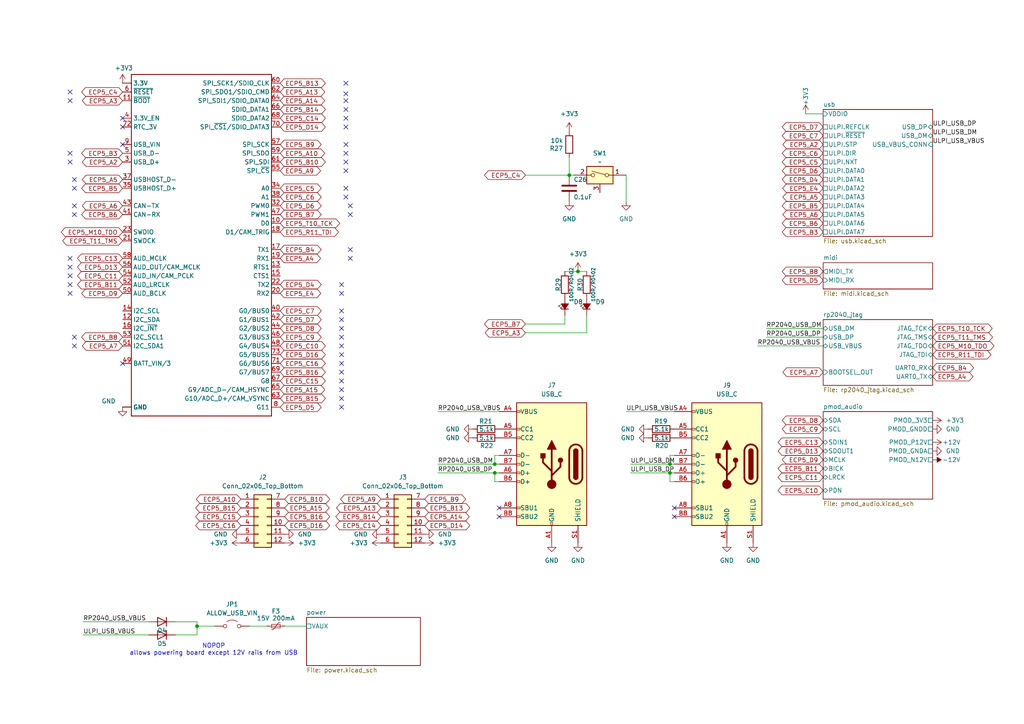
<source format=kicad_sch>
(kicad_sch (version 20231120) (generator "eeschema") (generator_version "8.0")
  (paper "A4")
  (lib_symbols
    (symbol "Connector:USB_C_Receptacle_USB2.0" (pin_names (offset 1.016))
      (property "Reference" "J" (at -10.16 19.05 0))
      (property "Value" "USB_C_Receptacle_USB2.0" (at 19.05 19.05 0))
      (symbol "USB_C_Receptacle_USB2.0_0_0"
        (rectangle (start -0.254 -17.78) (end 0.254 -16.764))
        (rectangle (start 10.16 -14.986) (end 9.144 -15.494))
        (rectangle (start 10.16 -12.446) (end 9.144 -12.954))
        (rectangle (start 10.16 -4.826) (end 9.144 -5.334))
        (rectangle (start 10.16 -2.286) (end 9.144 -2.794))
        (rectangle (start 10.16 0.254) (end 9.144 -0.254))
        (rectangle (start 10.16 2.794) (end 9.144 2.286))
        (rectangle (start 10.16 7.874) (end 9.144 7.366))
        (rectangle (start 10.16 10.414) (end 9.144 9.906))
        (rectangle (start 10.16 15.494) (end 9.144 14.986))
      )
      (symbol "USB_C_Receptacle_USB2.0_0_1"
        (rectangle (start -10.16 17.78) (end 10.16 -17.78) (stroke (width 0.254)) (fill (type background)))
        (arc (start -8.89 -3.81) (mid -6.985 -5.7067) (end -5.08 -3.81) (stroke (width 0.508)))
        (arc (start -7.62 -3.81) (mid -6.985 -4.4423) (end -6.35 -3.81) (stroke (width 0.254)))
        (arc (start -7.62 -3.81) (mid -6.985 -4.4423) (end -6.35 -3.81) (stroke (width 0.254)) (fill (type outline)))
        (rectangle (start -7.62 -3.81) (end -6.35 3.81) (stroke (width 0.254)) (fill (type outline)))
        (arc (start -6.35 3.81) (mid -6.985 4.4423) (end -7.62 3.81) (stroke (width 0.254)))
        (arc (start -6.35 3.81) (mid -6.985 4.4423) (end -7.62 3.81) (stroke (width 0.254)) (fill (type outline)))
        (arc (start -5.08 3.81) (mid -6.985 5.7067) (end -8.89 3.81) (stroke (width 0.508)))
        (circle (center -2.54 1.143) (radius 0.635) (stroke (width 0.254)) (fill (type outline)))
        (circle (center 0 -5.842) (radius 1.27) (fill (type outline)))
        (polyline (pts (xy -8.89 -3.81) (xy -8.89 3.81)) (stroke (width 0.508)))
        (polyline (pts (xy -5.08 3.81) (xy -5.08 -3.81)) (stroke (width 0.508)))
        (polyline (pts (xy 0 -5.842) (xy 0 4.318)) (stroke (width 0.508)))
        (polyline (pts (xy 0 -3.302) (xy -2.54 -0.762) (xy -2.54 0.508)) (stroke (width 0.508)))
        (polyline (pts (xy 0 -2.032) (xy 2.54 0.508) (xy 2.54 1.778)) (stroke (width 0.508)))
        (polyline (pts (xy -1.27 4.318) (xy 0 6.858) (xy 1.27 4.318) (xy -1.27 4.318)) (stroke (width 0.254)) (fill (type outline)))
        (rectangle (start 1.905 1.778) (end 3.175 3.048) (stroke (width 0.254)) (fill (type outline)))
      )
      (symbol "USB_C_Receptacle_USB2.0_1_1"
        (pin passive line (at 0 -22.86 90) (length 5.08) (name "GND") (number "A1"))
        (pin passive line (at 0 -22.86 90) (length 5.08) hide (name "GND") (number "A12"))
        (pin passive line (at 15.24 15.24 180) (length 5.08) (name "VBUS") (number "A4"))
        (pin bidirectional line (at 15.24 10.16 180) (length 5.08) (name "CC1") (number "A5"))
        (pin bidirectional line (at 15.24 -2.54 180) (length 5.08) (name "D+") (number "A6"))
        (pin bidirectional line (at 15.24 2.54 180) (length 5.08) (name "D-") (number "A7"))
        (pin bidirectional line (at 15.24 -12.7 180) (length 5.08) (name "SBU1") (number "A8"))
        (pin passive line (at 15.24 15.24 180) (length 5.08) hide (name "VBUS") (number "A9"))
        (pin passive line (at 0 -22.86 90) (length 5.08) hide (name "GND") (number "B1"))
        (pin passive line (at 0 -22.86 90) (length 5.08) hide (name "GND") (number "B12"))
        (pin passive line (at 15.24 15.24 180) (length 5.08) hide (name "VBUS") (number "B4"))
        (pin bidirectional line (at 15.24 7.62 180) (length 5.08) (name "CC2") (number "B5"))
        (pin bidirectional line (at 15.24 -5.08 180) (length 5.08) (name "D+") (number "B6"))
        (pin bidirectional line (at 15.24 0 180) (length 5.08) (name "D-") (number "B7"))
        (pin bidirectional line (at 15.24 -15.24 180) (length 5.08) (name "SBU2") (number "B8"))
        (pin passive line (at 15.24 15.24 180) (length 5.08) hide (name "VBUS") (number "B9"))
        (pin passive line (at -7.62 -22.86 90) (length 5.08) (name "SHIELD") (number "S1"))
      )
    )
    (symbol "Connector_Generic:Conn_02x06_Top_Bottom" (pin_names (offset 1.016) hide)
      (property "Reference" "J" (at 1.27 7.62 0))
      (property "Value" "Conn_02x06_Top_Bottom" (at 1.27 -10.16 0))
      (symbol "Conn_02x06_Top_Bottom_1_1"
        (rectangle (start -1.27 -7.493) (end 0 -7.747) (stroke (width 0.1524)))
        (rectangle (start -1.27 -4.953) (end 0 -5.207) (stroke (width 0.1524)))
        (rectangle (start -1.27 -2.413) (end 0 -2.667) (stroke (width 0.1524)))
        (rectangle (start -1.27 0.127) (end 0 -0.127) (stroke (width 0.1524)))
        (rectangle (start -1.27 2.667) (end 0 2.413) (stroke (width 0.1524)))
        (rectangle (start -1.27 5.207) (end 0 4.953) (stroke (width 0.1524)))
        (rectangle (start -1.27 6.35) (end 3.81 -8.89) (stroke (width 0.254)) (fill (type background)))
        (rectangle (start 3.81 -7.493) (end 2.54 -7.747) (stroke (width 0.1524)))
        (rectangle (start 3.81 -4.953) (end 2.54 -5.207) (stroke (width 0.1524)))
        (rectangle (start 3.81 -2.413) (end 2.54 -2.667) (stroke (width 0.1524)))
        (rectangle (start 3.81 0.127) (end 2.54 -0.127) (stroke (width 0.1524)))
        (rectangle (start 3.81 2.667) (end 2.54 2.413) (stroke (width 0.1524)))
        (rectangle (start 3.81 5.207) (end 2.54 4.953) (stroke (width 0.1524)))
        (pin passive line (at -5.08 5.08 0) (length 3.81) (name "Pin_1") (number "1"))
        (pin passive line (at 7.62 -2.54 180) (length 3.81) (name "Pin_10") (number "10"))
        (pin passive line (at 7.62 -5.08 180) (length 3.81) (name "Pin_11") (number "11"))
        (pin passive line (at 7.62 -7.62 180) (length 3.81) (name "Pin_12") (number "12"))
        (pin passive line (at -5.08 2.54 0) (length 3.81) (name "Pin_2") (number "2"))
        (pin passive line (at -5.08 0 0) (length 3.81) (name "Pin_3") (number "3"))
        (pin passive line (at -5.08 -2.54 0) (length 3.81) (name "Pin_4") (number "4"))
        (pin passive line (at -5.08 -5.08 0) (length 3.81) (name "Pin_5") (number "5"))
        (pin passive line (at -5.08 -7.62 0) (length 3.81) (name "Pin_6") (number "6"))
        (pin passive line (at 7.62 5.08 180) (length 3.81) (name "Pin_7") (number "7"))
        (pin passive line (at 7.62 2.54 180) (length 3.81) (name "Pin_8") (number "8"))
        (pin passive line (at 7.62 0 180) (length 3.81) (name "Pin_9") (number "9"))
      )
    )
    (symbol "Device:C" (pin_numbers hide) (pin_names (offset 0.254))
      (property "Reference" "C" (at 0.635 2.54 0))
      (property "Value" "C" (at 0.635 -2.54 0))
      (symbol "C_0_1"
        (polyline (pts (xy -2.032 -0.762) (xy 2.032 -0.762)) (stroke (width 0.508)))
        (polyline (pts (xy -2.032 0.762) (xy 2.032 0.762)) (stroke (width 0.508)))
      )
      (symbol "C_1_1"
        (pin passive line (at 0 3.81 270) (length 2.794) (name "~") (number "1"))
        (pin passive line (at 0 -3.81 90) (length 2.794) (name "~") (number "2"))
      )
    )
    (symbol "Device:LED_Small_Filled" (pin_numbers hide) (pin_names (offset 0.254) hide)
      (property "Reference" "D" (at -1.27 3.175 0))
      (property "Value" "LED_Small_Filled" (at -4.445 -2.54 0))
      (symbol "LED_Small_Filled_0_1"
        (polyline (pts (xy -0.762 -1.016) (xy -0.762 1.016)) (stroke (width 0.254)))
        (polyline (pts (xy 1.016 0) (xy -0.762 0)))
        (polyline (pts (xy 0.762 -1.016) (xy -0.762 0) (xy 0.762 1.016) (xy 0.762 -1.016)) (stroke (width 0.254)) (fill (type outline)))
        (polyline (pts (xy 0 0.762) (xy -0.508 1.27) (xy -0.254 1.27) (xy -0.508 1.27) (xy -0.508 1.016)))
        (polyline (pts (xy 0.508 1.27) (xy 0 1.778) (xy 0.254 1.778) (xy 0 1.778) (xy 0 1.524)))
      )
      (symbol "LED_Small_Filled_1_1"
        (pin passive line (at -2.54 0 0) (length 1.778) (name "K") (number "1"))
        (pin passive line (at 2.54 0 180) (length 1.778) (name "A") (number "2"))
      )
    )
    (symbol "Device:Polyfuse_Small" (pin_numbers hide) (pin_names (offset 0))
      (property "Reference" "F" (at -1.905 0 90))
      (property "Value" "Polyfuse_Small" (at 1.905 0 90))
      (symbol "Polyfuse_Small_0_1"
        (rectangle (start -0.508 1.27) (end 0.508 -1.27))
        (polyline (pts (xy 0 2.54) (xy 0 -2.54)))
        (polyline (pts (xy -1.016 1.27) (xy -1.016 0.762) (xy 1.016 -0.762) (xy 1.016 -1.27)))
      )
      (symbol "Polyfuse_Small_1_1"
        (pin passive line (at 0 2.54 270) (length 0.635) (name "~") (number "1"))
        (pin passive line (at 0 -2.54 90) (length 0.635) (name "~") (number "2"))
      )
    )
    (symbol "Device:R" (pin_numbers hide) (pin_names (offset 0))
      (property "Reference" "R" (at 2.032 0 90))
      (property "Value" "R" (at 0 0 90))
      (symbol "R_0_1"
        (rectangle (start -1.016 -2.54) (end 1.016 2.54) (stroke (width 0.254)))
      )
      (symbol "R_1_1"
        (pin passive line (at 0 3.81 270) (length 1.27) (name "~") (number "1"))
        (pin passive line (at 0 -3.81 90) (length 1.27) (name "~") (number "2"))
      )
    )
    (symbol "Diode:US1G" (pin_numbers hide) (pin_names (offset 1.016) hide)
      (property "Reference" "D" (at 0 2.54 0))
      (property "Value" "US1G" (at 0 -2.54 0))
      (symbol "US1G_0_1"
        (polyline (pts (xy -1.27 1.27) (xy -1.27 -1.27)) (stroke (width 0.254)))
        (polyline (pts (xy 1.27 0) (xy -1.27 0)))
        (polyline (pts (xy 1.27 1.27) (xy 1.27 -1.27) (xy -1.27 0) (xy 1.27 1.27)) (stroke (width 0.254)))
      )
      (symbol "US1G_1_1"
        (pin passive line (at -3.81 0 0) (length 2.54) (name "K") (number "1"))
        (pin passive line (at 3.81 0 180) (length 2.54) (name "A") (number "2"))
      )
    )
    (symbol "Jumper:Jumper_2_Open" (pin_numbers hide) (pin_names (offset 0) hide) (exclude_from_sim yes)
      (property "Reference" "JP" (at 0 2.794 0))
      (property "Value" "Jumper_2_Open" (at 0 -2.286 0))
      (symbol "Jumper_2_Open_0_0"
        (circle (center -2.032 0) (radius 0.508))
        (circle (center 2.032 0) (radius 0.508))
      )
      (symbol "Jumper_2_Open_0_1"
        (arc (start 1.524 1.27) (mid 0 1.778) (end -1.524 1.27))
      )
      (symbol "Jumper_2_Open_1_1"
        (pin passive line (at -5.08 0 0) (length 2.54) (name "A") (number "1"))
        (pin passive line (at 5.08 0 180) (length 2.54) (name "B") (number "2"))
      )
    )
    (symbol "MicroMod_Sno_Processor-eagle-import:MICROMOD-2222"
      (symbol "MICROMOD-2222_1_0"
        (polyline (pts (xy -20.32 -45.72) (xy -20.32 53.34)) (stroke (width 0.254)))
        (polyline (pts (xy -20.32 53.34) (xy 20.32 53.34)) (stroke (width 0.254)))
        (polyline (pts (xy 20.32 -45.72) (xy -20.32 -45.72)) (stroke (width 0.254)))
        (polyline (pts (xy 20.32 53.34) (xy 20.32 -45.72)) (stroke (width 0.254)))
        (pin bidirectional line (at -22.86 -43.18 0) (length 2.54) (name "GND") (number "1"))
        (pin bidirectional line (at 22.86 10.16 180) (length 2.54) (name "D0") (number "10"))
        (pin bidirectional line (at -22.86 45.72 0) (length 2.54) (name "~{BOOT}") (number "11"))
        (pin bidirectional line (at -22.86 -17.78 0) (length 2.54) (name "I2C_SDA") (number "12"))
        (pin bidirectional line (at 22.86 -2.54 180) (length 2.54) (name "RTS1") (number "13"))
        (pin bidirectional line (at -22.86 -15.24 0) (length 2.54) (name "I2C_SCL") (number "14"))
        (pin bidirectional line (at 22.86 -5.08 180) (length 2.54) (name "CTS1") (number "15"))
        (pin bidirectional line (at -22.86 -20.32 0) (length 2.54) (name "I2C_~{INT}") (number "16"))
        (pin bidirectional line (at 22.86 2.54 180) (length 2.54) (name "TX1") (number "17"))
        (pin bidirectional line (at 22.86 7.62 180) (length 2.54) (name "D1/CAM_TRIG") (number "18"))
        (pin bidirectional line (at 22.86 0 180) (length 2.54) (name "RX1") (number "19"))
        (pin bidirectional line (at -22.86 50.8 0) (length 2.54) (name "3.3V") (number "2"))
        (pin bidirectional line (at 22.86 -10.16 180) (length 2.54) (name "RX2") (number "20"))
        (pin bidirectional line (at -22.86 5.08 0) (length 2.54) (name "SWDCK") (number "21"))
        (pin bidirectional line (at 22.86 -7.62 180) (length 2.54) (name "TX2") (number "22"))
        (pin bidirectional line (at -22.86 7.62 0) (length 2.54) (name "SWDIO") (number "23"))
        (pin bidirectional line (at -22.86 27.94 0) (length 2.54) (name "USB_D+") (number "3"))
        (pin bidirectional line (at 22.86 15.24 180) (length 2.54) (name "PWM0") (number "32"))
        (pin bidirectional line (at -22.86 -43.18 0) (length 2.54) (name "GND") (number "33"))
        (pin bidirectional line (at 22.86 20.32 180) (length 2.54) (name "A0") (number "34"))
        (pin bidirectional line (at -22.86 20.32 0) (length 2.54) (name "USBHOST_D+") (number "35"))
        (pin bidirectional line (at -22.86 -43.18 0) (length 2.54) (name "GND") (number "36"))
        (pin bidirectional line (at -22.86 22.86 0) (length 2.54) (name "USBHOST_D-") (number "37"))
        (pin bidirectional line (at 22.86 17.78 180) (length 2.54) (name "A1") (number "38"))
        (pin bidirectional line (at -22.86 -43.18 0) (length 2.54) (name "GND") (number "39"))
        (pin bidirectional line (at -22.86 40.64 0) (length 2.54) (name "3.3V_EN") (number "4"))
        (pin bidirectional line (at 22.86 -15.24 180) (length 2.54) (name "G0/BUS0") (number "40"))
        (pin bidirectional line (at -22.86 12.7 0) (length 2.54) (name "CAN-RX") (number "41"))
        (pin bidirectional line (at 22.86 -17.78 180) (length 2.54) (name "G1/BUS1") (number "42"))
        (pin bidirectional line (at -22.86 15.24 0) (length 2.54) (name "CAN-TX") (number "43"))
        (pin bidirectional line (at 22.86 -20.32 180) (length 2.54) (name "G2/BUS2") (number "44"))
        (pin bidirectional line (at -22.86 -43.18 0) (length 2.54) (name "GND") (number "45"))
        (pin bidirectional line (at 22.86 -22.86 180) (length 2.54) (name "G3/BUS3") (number "46"))
        (pin bidirectional line (at 22.86 12.7 180) (length 2.54) (name "PWM1") (number "47"))
        (pin bidirectional line (at 22.86 -25.4 180) (length 2.54) (name "G4/BUS4") (number "48"))
        (pin bidirectional line (at -22.86 -30.48 0) (length 2.54) (name "BATT_VIN/3") (number "49"))
        (pin bidirectional line (at -22.86 30.48 0) (length 2.54) (name "USB_D-") (number "5"))
        (pin bidirectional line (at -22.86 -10.16 0) (length 2.54) (name "AUD_BCLK") (number "50"))
        (pin bidirectional line (at -22.86 -25.4 0) (length 2.54) (name "I2C_SDA1") (number "51"))
        (pin bidirectional line (at -22.86 -7.62 0) (length 2.54) (name "AUD_LRCLK") (number "52"))
        (pin bidirectional line (at -22.86 -22.86 0) (length 2.54) (name "I2C_SCL1") (number "53"))
        (pin bidirectional line (at -22.86 -5.08 0) (length 2.54) (name "AUD_IN/CAM_PCLK") (number "54"))
        (pin bidirectional line (at 22.86 25.4 180) (length 2.54) (name "SPI_~{CS}") (number "55"))
        (pin bidirectional line (at -22.86 -2.54 0) (length 2.54) (name "AUD_OUT/CAM_MCLK") (number "56"))
        (pin bidirectional line (at 22.86 33.02 180) (length 2.54) (name "SPI_SCK") (number "57"))
        (pin bidirectional line (at -22.86 0 0) (length 2.54) (name "AUD_MCLK") (number "58"))
        (pin bidirectional line (at 22.86 30.48 180) (length 2.54) (name "SPI_SDO") (number "59"))
        (pin bidirectional line (at -22.86 48.26 0) (length 2.54) (name "~{RESET}") (number "6"))
        (pin bidirectional line (at 22.86 50.8 180) (length 2.54) (name "SPI_SCK1/SDIO_CLK") (number "60"))
        (pin bidirectional line (at 22.86 27.94 180) (length 2.54) (name "SPI_SDI") (number "61"))
        (pin bidirectional line (at 22.86 48.26 180) (length 2.54) (name "SPI_SDO1/SDIO_CMD") (number "62"))
        (pin bidirectional line (at 22.86 -40.64 180) (length 2.54) (name "G10/ADC_D+/CAM_VSYNC") (number "63"))
        (pin bidirectional line (at 22.86 45.72 180) (length 2.54) (name "SPI_SDI1/SDIO_DATA0") (number "64"))
        (pin bidirectional line (at 22.86 -38.1 180) (length 2.54) (name "G9/ADC_D-/CAM_HSYNC") (number "65"))
        (pin bidirectional line (at 22.86 43.18 180) (length 2.54) (name "SDIO_DATA1") (number "66"))
        (pin bidirectional line (at 22.86 -35.56 180) (length 2.54) (name "G8") (number "67"))
        (pin bidirectional line (at 22.86 40.64 180) (length 2.54) (name "SDIO_DATA2") (number "68"))
        (pin bidirectional line (at 22.86 -33.02 180) (length 2.54) (name "G7/BUS7") (number "69"))
        (pin bidirectional line (at -22.86 -43.18 0) (length 2.54) (name "GND") (number "7"))
        (pin bidirectional line (at 22.86 38.1 180) (length 2.54) (name "SPI_~{CS1}/SDIO_DATA3") (number "70"))
        (pin bidirectional line (at 22.86 -30.48 180) (length 2.54) (name "G6/BUS6") (number "71"))
        (pin bidirectional line (at -22.86 38.1 0) (length 2.54) (name "RTC_3V") (number "72"))
        (pin bidirectional line (at 22.86 -27.94 180) (length 2.54) (name "G5/BUS5") (number "73"))
        (pin bidirectional line (at -22.86 50.8 0) (length 2.54) (name "3.3V") (number "74"))
        (pin bidirectional line (at -22.86 -43.18 0) (length 2.54) (name "GND") (number "75"))
        (pin bidirectional line (at 22.86 -43.18 180) (length 2.54) (name "G11") (number "8"))
        (pin bidirectional line (at -22.86 33.02 0) (length 2.54) (name "USB_VIN") (number "9"))
        (pin bidirectional line (at -22.86 -43.18 0) (length 2.54) (name "GND") (number "GND1"))
        (pin bidirectional line (at -22.86 -43.18 0) (length 2.54) (name "GND") (number "GND2"))
        (pin bidirectional line (at -22.86 -43.18 0) (length 2.54) (name "GND") (number "GND3"))
      )
    )
    (symbol "OLIMEX_RCL:R" (pin_numbers hide) (pin_names (offset 0))
      (property "Reference" "R" (at 0 2.032 0))
      (property "Value" "R" (at 0 0 0))
      (symbol "R_0_1"
        (rectangle (start 2.54 -1.016) (end -2.54 1.016) (stroke (width 0.254)))
      )
      (symbol "R_1_1"
        (pin passive line (at -3.81 0 0) (length 1.27) (name "~") (number "1"))
        (pin passive line (at 3.81 0 180) (length 1.27) (name "~") (number "2"))
      )
    )
    (symbol "power:+12V" (power) (pin_names (offset 0))
      (property "Value" "+12V" (at 0 3.556 0))
      (symbol "+12V_0_1"
        (polyline (pts (xy -0.762 1.27) (xy 0 2.54)))
        (polyline (pts (xy 0 0) (xy 0 2.54)))
        (polyline (pts (xy 0 2.54) (xy 0.762 1.27)))
      )
      (symbol "+12V_1_1"
        (pin power_in line (at 0 0 90) (length 0) hide (name "+12V") (number "1"))
      )
    )
    (symbol "power:+3V3" (power) (pin_names (offset 0))
      (property "Value" "+3V3" (at 0 3.556 0))
      (symbol "+3V3_0_1"
        (polyline (pts (xy -0.762 1.27) (xy 0 2.54)))
        (polyline (pts (xy 0 0) (xy 0 2.54)))
        (polyline (pts (xy 0 2.54) (xy 0.762 1.27)))
      )
      (symbol "+3V3_1_1"
        (pin power_in line (at 0 0 90) (length 0) hide (name "+3V3") (number "1"))
      )
    )
    (symbol "power:-12V" (power) (pin_names (offset 0))
      (property "Value" "-12V" (at 0 3.81 0))
      (symbol "-12V_0_0"
        (pin power_in line (at 0 0 90) (length 0) hide (name "-12V") (number "1"))
      )
      (symbol "-12V_0_1"
        (polyline (pts (xy 0 0) (xy 0 1.27) (xy 0.762 1.27) (xy 0 2.54) (xy -0.762 1.27) (xy 0 1.27)) (fill (type outline)))
      )
    )
    (symbol "power:GND" (power) (pin_names (offset 0))
      (property "Value" "GND" (at 0 -3.81 0))
      (symbol "GND_0_1"
        (polyline (pts (xy 0 0) (xy 0 -1.27) (xy 1.27 -1.27) (xy 0 -2.54) (xy -1.27 -1.27) (xy 0 -1.27)))
      )
      (symbol "GND_1_1"
        (pin power_in line (at 0 0 270) (length 0) hide (name "GND") (number "1"))
      )
    )
    (symbol "support_hardware:SW_SPST_shielded" (pin_names (offset 0) hide)
      (property "Reference" "SW" (at 0 6.35 0))
      (property "Value" "SW_SPST_shielded" (at 0 3.81 0))
      (symbol "SW_SPST_shielded_0_0"
        (circle (center -2.032 0) (radius 0.508))
        (polyline (pts (xy -1.524 0.127) (xy 2.3622 1.1684)))
        (circle (center 2.032 0) (radius 0.508))
      )
      (symbol "SW_SPST_shielded_0_1"
        (rectangle (start -3.81 2.54) (end 3.81 -2.54) (stroke (width 0.254)) (fill (type background)))
      )
      (symbol "SW_SPST_shielded_1_1"
        (pin passive line (at -7.62 0 0) (length 5.08) (name "~") (number "1"))
        (pin passive line (at 7.62 0 180) (length 5.08) (name "~") (number "2"))
        (pin passive line (at 0 -5.08 90) (length 2.54) (name "SHIELD") (number "3"))
      )
    )
  )
  (junction (at 143.51 134.62))
  (junction (at 143.51 137.16))
  (junction (at 194.31 137.16))
  (junction (at 57.15 181.61))
  (junction (at 167.64 78.74))
  (junction (at 194.31 134.62))
  (junction (at 165.1 50.8))
  (no_connect (at 21.59 97.79))
  (no_connect (at 21.59 59.69))
  (no_connect (at 99.06 115.57))
  (no_connect (at 20.32 26.67))
  (no_connect (at 20.32 46.99))
  (no_connect (at 100.33 44.45))
  (no_connect (at 100.33 49.53))
  (no_connect (at 35.56 105.41))
  (no_connect (at 99.06 107.95))
  (no_connect (at 35.56 36.83))
  (no_connect (at 100.33 54.61))
  (no_connect (at 100.33 41.91))
  (no_connect (at 99.06 95.25))
  (no_connect (at 21.59 54.61))
  (no_connect (at 101.6 74.93))
  (no_connect (at 99.06 100.33))
  (no_connect (at 20.32 82.55))
  (no_connect (at 99.06 105.41))
  (no_connect (at 144.78 147.32))
  (no_connect (at 195.58 149.86))
  (no_connect (at 144.78 149.86))
  (no_connect (at 20.32 85.09))
  (no_connect (at 99.06 113.03))
  (no_connect (at 20.32 77.47))
  (no_connect (at 100.33 29.21))
  (no_connect (at 101.6 59.69))
  (no_connect (at 100.33 34.29))
  (no_connect (at 20.32 74.93))
  (no_connect (at 20.32 29.21))
  (no_connect (at 20.32 80.01))
  (no_connect (at 99.06 85.09))
  (no_connect (at 99.06 92.71))
  (no_connect (at 100.3137 27.2029))
  (no_connect (at 100.33 24.13))
  (no_connect (at 195.58 147.32))
  (no_connect (at 21.59 52.07))
  (no_connect (at 100.33 46.99))
  (no_connect (at 35.56 41.91))
  (no_connect (at 21.59 62.23))
  (no_connect (at 99.06 90.17))
  (no_connect (at 100.33 57.15))
  (no_connect (at 20.32 44.45))
  (no_connect (at 99.06 118.11))
  (no_connect (at 100.33 36.83))
  (no_connect (at 101.6 72.39))
  (no_connect (at 21.59 100.33))
  (no_connect (at 99.06 102.87))
  (no_connect (at 35.56 34.29))
  (no_connect (at 99.06 110.49))
  (no_connect (at 101.6 62.23))
  (no_connect (at 100.33 31.75))
  (no_connect (at 99.06 82.55))
  (no_connect (at 99.06 97.79))
  (wire (pts (xy 222.25 95.25) (xy 238.76 95.25)))
  (wire (pts (xy 143.51 139.7) (xy 143.51 137.16)))
  (wire (pts (xy 219.71 100.33) (xy 238.76 100.33)))
  (wire (pts (xy 222.25 97.79) (xy 238.76 97.79)))
  (wire (pts (xy 152.4 96.52) (xy 170.18 96.52)))
  (wire (pts (xy 144.78 132.08) (xy 143.51 132.08)))
  (wire (pts (xy 182.88 134.62) (xy 194.31 134.62)))
  (wire (pts (xy 127 134.62) (xy 143.51 134.62)))
  (wire (pts (xy 57.15 181.61) (xy 57.15 184.15)))
  (wire (pts (xy 167.64 78.74) (xy 163.83 78.74)))
  (wire (pts (xy 182.88 137.16) (xy 194.31 137.16)))
  (wire (pts (xy 181.61 50.8) (xy 181.61 58.42)))
  (wire (pts (xy 143.51 132.08) (xy 143.51 134.62)))
  (wire (pts (xy 144.78 139.7) (xy 143.51 139.7)))
  (wire (pts (xy 170.18 96.52) (xy 170.18 91.44)))
  (wire (pts (xy 195.58 139.7) (xy 194.31 139.7)))
  (wire (pts (xy 165.1 45.72) (xy 165.1 50.8)))
  (wire (pts (xy 194.31 134.62) (xy 195.58 134.62)))
  (wire (pts (xy 167.64 78.74) (xy 170.18 78.74)))
  (wire (pts (xy 194.31 139.7) (xy 194.31 137.16)))
  (wire (pts (xy 152.4 93.98) (xy 163.83 93.98)))
  (wire (pts (xy 127 137.16) (xy 143.51 137.16)))
  (wire (pts (xy 163.83 93.98) (xy 163.83 91.44)))
  (wire (pts (xy 72.39 181.61) (xy 77.47 181.61)))
  (wire (pts (xy 24.13 180.34) (xy 43.18 180.34)))
  (wire (pts (xy 50.8 180.34) (xy 57.15 180.34)))
  (wire (pts (xy 127 119.38) (xy 144.78 119.38)))
  (wire (pts (xy 143.51 134.62) (xy 144.78 134.62)))
  (wire (pts (xy 57.15 180.34) (xy 57.15 181.61)))
  (wire (pts (xy 152.4 50.8) (xy 165.1 50.8)))
  (wire (pts (xy 82.55 181.61) (xy 88.9 181.61)))
  (wire (pts (xy 233.68 33.02) (xy 238.76 33.02)))
  (wire (pts (xy 57.15 184.15) (xy 50.8 184.15)))
  (wire (pts (xy 194.31 137.16) (xy 195.58 137.16)))
  (wire (pts (xy 165.1 50.8) (xy 166.37 50.8)))
  (wire (pts (xy 194.31 132.08) (xy 194.31 134.62)))
  (wire (pts (xy 57.15 181.61) (xy 62.23 181.61)))
  (wire (pts (xy 24.13 184.15) (xy 43.18 184.15)))
  (wire (pts (xy 181.61 119.38) (xy 195.58 119.38)))
  (wire (pts (xy 143.51 137.16) (xy 144.78 137.16)))
  (wire (pts (xy 195.58 132.08) (xy 194.31 132.08)))
  (text "NOPOP\nallows powering board except 12V rails from USB" (at 61.976 188.468 0) (effects (font (size 1.27 1.27))))
  (label "ULPI_USB_DP" (at 270.51 36.83 0))
  (label "ULPI_USB_VBUS" (at 24.13 184.15 0))
  (label "ULPI_USB_VBUS" (at 181.61 119.38 0))
  (label "RP2040_USB_DP" (at 127 137.16 0))
  (label "RP2040_USB_DM" (at 127 134.62 0))
  (label "RP2040_USB_DM" (at 222.25 95.25 0))
  (label "RP2040_USB_DP" (at 222.25 97.79 0))
  (label "RP2040_USB_VBUS" (at 127 119.38 0))
  (label "ULPI_USB_DM" (at 182.88 134.62 0))
  (label "RP2040_USB_VBUS" (at 219.71 100.33 0))
  (label "ULPI_USB_VBUS" (at 270.51 41.91 0))
  (label "ULPI_USB_DM" (at 270.51 39.37 0))
  (label "RP2040_USB_VBUS" (at 24.13 180.34 0))
  (label "ULPI_USB_DP" (at 182.88 137.16 0))
  (global_label "ECP5_D6" (shape bidirectional) (at 81.28 59.69 0) (property "Intersheetrefs" "${INTERSHEET_REFS}" (effects (hide yes))))
  (global_label "ECP5_A14" (shape bidirectional) (at 123.19 149.86 0) (property "Intersheetrefs" "${INTERSHEET_REFS}" (effects (hide yes))))
  (global_label "ECP5_A5" (shape bidirectional) (at 238.76 57.15 180) (property "Intersheetrefs" "${INTERSHEET_REFS}" (effects (hide yes))))
  (global_label "ECP5_C15" (shape bidirectional) (at 69.85 149.86 180) (property "Intersheetrefs" "${INTERSHEET_REFS}" (effects (hide yes))))
  (global_label "ECP5_C5" (shape bidirectional) (at 81.28 54.61 0) (property "Intersheetrefs" "${INTERSHEET_REFS}" (effects (hide yes))))
  (global_label "ECP5_B11" (shape bidirectional) (at 35.56 82.55 180) (property "Intersheetrefs" "${INTERSHEET_REFS}" (effects (hide yes))))
  (global_label "ECP5_A10" (shape bidirectional) (at 69.85 144.78 180) (property "Intersheetrefs" "${INTERSHEET_REFS}" (effects (hide yes))))
  (global_label "ECP5_A6" (shape bidirectional) (at 35.56 59.69 180) (property "Intersheetrefs" "${INTERSHEET_REFS}" (effects (hide yes))))
  (global_label "ECP5_C13" (shape bidirectional) (at 35.56 74.93 180) (property "Intersheetrefs" "${INTERSHEET_REFS}" (effects (hide yes))))
  (global_label "ECP5_C9" (shape bidirectional) (at 81.28 97.79 0) (property "Intersheetrefs" "${INTERSHEET_REFS}" (effects (hide yes))))
  (global_label "ECP5_D4" (shape bidirectional) (at 81.28 82.55 0) (property "Intersheetrefs" "${INTERSHEET_REFS}" (effects (hide yes))))
  (global_label "ECP5_B8" (shape bidirectional) (at 35.56 97.79 180) (property "Intersheetrefs" "${INTERSHEET_REFS}" (effects (hide yes))))
  (global_label "ECP5_C4" (shape bidirectional) (at 152.4 50.8 180) (property "Intersheetrefs" "${INTERSHEET_REFS}" (effects (hide yes))))
  (global_label "ECP5_B8" (shape bidirectional) (at 238.76 78.74 180) (property "Intersheetrefs" "${INTERSHEET_REFS}" (effects (hide yes))))
  (global_label "ECP5_A15" (shape bidirectional) (at 81.28 113.03 0) (property "Intersheetrefs" "${INTERSHEET_REFS}" (effects (hide yes))))
  (global_label "ECP5_C11" (shape bidirectional) (at 238.76 138.43 180) (property "Intersheetrefs" "${INTERSHEET_REFS}" (effects (hide yes))))
  (global_label "ECP5_B3" (shape bidirectional) (at 35.56 44.45 180) (property "Intersheetrefs" "${INTERSHEET_REFS}" (effects (hide yes))))
  (global_label "ECP5_R11_TDI" (shape bidirectional) (at 270.51 102.87 0) (property "Intersheetrefs" "${INTERSHEET_REFS}" (effects (hide yes))))
  (global_label "ECP5_B6" (shape bidirectional) (at 35.56 62.23 180) (property "Intersheetrefs" "${INTERSHEET_REFS}" (effects (hide yes))))
  (global_label "ECP5_B14" (shape bidirectional) (at 110.49 149.86 180) (property "Intersheetrefs" "${INTERSHEET_REFS}" (effects (hide yes))))
  (global_label "ECP5_C14" (shape bidirectional) (at 110.49 152.4 180) (property "Intersheetrefs" "${INTERSHEET_REFS}" (effects (hide yes))))
  (global_label "ECP5_C13" (shape bidirectional) (at 238.76 128.27 180) (property "Intersheetrefs" "${INTERSHEET_REFS}" (effects (hide yes))))
  (global_label "ECP5_B5" (shape bidirectional) (at 35.56 54.61 180) (property "Intersheetrefs" "${INTERSHEET_REFS}" (effects (hide yes))))
  (global_label "ECP5_C15" (shape bidirectional) (at 81.28 110.49 0) (property "Intersheetrefs" "${INTERSHEET_REFS}" (effects (hide yes))))
  (global_label "ECP5_M10_TDO" (shape bidirectional) (at 270.51 100.33 0) (property "Intersheetrefs" "${INTERSHEET_REFS}" (effects (hide yes))))
  (global_label "ECP5_R11_TDI" (shape bidirectional) (at 81.28 67.31 0) (property "Intersheetrefs" "${INTERSHEET_REFS}" (effects (hide yes))))
  (global_label "ECP5_A5" (shape bidirectional) (at 35.56 52.07 180) (property "Intersheetrefs" "${INTERSHEET_REFS}" (effects (hide yes))))
  (global_label "ECP5_B13" (shape bidirectional) (at 81.28 24.13 0) (property "Intersheetrefs" "${INTERSHEET_REFS}" (effects (hide yes))))
  (global_label "ECP5_B14" (shape bidirectional) (at 81.28 31.75 0) (property "Intersheetrefs" "${INTERSHEET_REFS}" (effects (hide yes))))
  (global_label "ECP5_C16" (shape bidirectional) (at 69.85 152.4 180) (property "Intersheetrefs" "${INTERSHEET_REFS}" (effects (hide yes))))
  (global_label "ECP5_C6" (shape bidirectional) (at 81.28 57.15 0) (property "Intersheetrefs" "${INTERSHEET_REFS}" (effects (hide yes))))
  (global_label "ECP5_B15" (shape bidirectional) (at 69.85 147.32 180) (property "Intersheetrefs" "${INTERSHEET_REFS}" (effects (hide yes))))
  (global_label "ECP5_A14" (shape bidirectional) (at 81.28 29.21 0) (property "Intersheetrefs" "${INTERSHEET_REFS}" (effects (hide yes))))
  (global_label "ECP5_D4" (shape bidirectional) (at 238.76 52.07 180) (property "Intersheetrefs" "${INTERSHEET_REFS}" (effects (hide yes))))
  (global_label "ECP5_B16" (shape bidirectional) (at 82.55 149.86 0) (property "Intersheetrefs" "${INTERSHEET_REFS}" (effects (hide yes))))
  (global_label "ECP5_A3" (shape bidirectional) (at 152.4 96.52 180) (property "Intersheetrefs" "${INTERSHEET_REFS}" (effects (hide yes))))
  (global_label "ECP5_D6" (shape bidirectional) (at 238.76 49.53 180) (property "Intersheetrefs" "${INTERSHEET_REFS}" (effects (hide yes))))
  (global_label "ECP5_A7" (shape bidirectional) (at 35.56 100.33 180) (property "Intersheetrefs" "${INTERSHEET_REFS}" (effects (hide yes))))
  (global_label "ECP5_A4" (shape bidirectional) (at 81.28 74.93 0) (property "Intersheetrefs" "${INTERSHEET_REFS}" (effects (hide yes))))
  (global_label "ECP5_A2" (shape bidirectional) (at 238.76 41.91 180) (property "Intersheetrefs" "${INTERSHEET_REFS}" (effects (hide yes))))
  (global_label "ECP5_E4" (shape bidirectional) (at 81.28 85.09 0) (property "Intersheetrefs" "${INTERSHEET_REFS}" (effects (hide yes))))
  (global_label "ECP5_D14" (shape bidirectional) (at 81.28 36.83 0) (property "Intersheetrefs" "${INTERSHEET_REFS}" (effects (hide yes))))
  (global_label "ECP5_A4" (shape bidirectional) (at 270.51 109.22 0) (property "Intersheetrefs" "${INTERSHEET_REFS}" (effects (hide yes))))
  (global_label "ECP5_D8" (shape bidirectional) (at 81.28 95.25 0) (property "Intersheetrefs" "${INTERSHEET_REFS}" (effects (hide yes))))
  (global_label "ECP5_C9" (shape bidirectional) (at 238.76 124.46 180) (property "Intersheetrefs" "${INTERSHEET_REFS}" (effects (hide yes))))
  (global_label "ECP5_C6" (shape bidirectional) (at 238.76 44.45 180) (property "Intersheetrefs" "${INTERSHEET_REFS}" (effects (hide yes))))
  (global_label "ECP5_C10" (shape bidirectional) (at 238.76 142.24 180) (property "Intersheetrefs" "${INTERSHEET_REFS}" (effects (hide yes))))
  (global_label "ECP5_A13" (shape bidirectional) (at 110.49 147.32 180) (property "Intersheetrefs" "${INTERSHEET_REFS}" (effects (hide yes))))
  (global_label "ECP5_D8" (shape bidirectional) (at 238.76 121.92 180) (property "Intersheetrefs" "${INTERSHEET_REFS}" (effects (hide yes))))
  (global_label "ECP5_B16" (shape bidirectional) (at 81.28 107.95 0) (property "Intersheetrefs" "${INTERSHEET_REFS}" (effects (hide yes))))
  (global_label "ECP5_E4" (shape bidirectional) (at 238.76 54.61 180) (property "Intersheetrefs" "${INTERSHEET_REFS}" (effects (hide yes))))
  (global_label "ECP5_B10" (shape bidirectional) (at 82.55 144.78 0) (property "Intersheetrefs" "${INTERSHEET_REFS}" (effects (hide yes))))
  (global_label "ECP5_C7" (shape bidirectional) (at 81.28 90.17 0) (property "Intersheetrefs" "${INTERSHEET_REFS}" (effects (hide yes))))
  (global_label "ECP5_C5" (shape bidirectional) (at 238.76 46.99 180) (property "Intersheetrefs" "${INTERSHEET_REFS}" (effects (hide yes))))
  (global_label "ECP5_C7" (shape bidirectional) (at 238.76 39.37 180) (property "Intersheetrefs" "${INTERSHEET_REFS}" (effects (hide yes))))
  (global_label "ECP5_A9" (shape bidirectional) (at 110.49 144.78 180) (property "Intersheetrefs" "${INTERSHEET_REFS}" (effects (hide yes))))
  (global_label "ECP5_B9" (shape bidirectional) (at 81.28 41.91 0) (property "Intersheetrefs" "${INTERSHEET_REFS}" (effects (hide yes))))
  (global_label "ECP5_B3" (shape bidirectional) (at 238.76 67.31 180) (property "Intersheetrefs" "${INTERSHEET_REFS}" (effects (hide yes))))
  (global_label "ECP5_D5" (shape bidirectional) (at 238.76 81.28 180) (property "Intersheetrefs" "${INTERSHEET_REFS}" (effects (hide yes))))
  (global_label "ECP5_B4" (shape bidirectional) (at 81.28 72.39 0) (property "Intersheetrefs" "${INTERSHEET_REFS}" (effects (hide yes))))
  (global_label "ECP5_B4" (shape bidirectional) (at 270.51 106.68 0) (property "Intersheetrefs" "${INTERSHEET_REFS}" (effects (hide yes))))
  (global_label "ECP5_T10_TCK" (shape bidirectional) (at 81.28 64.77 0) (property "Intersheetrefs" "${INTERSHEET_REFS}" (effects (hide yes))))
  (global_label "ECP5_A15" (shape bidirectional) (at 82.55 147.32 0) (property "Intersheetrefs" "${INTERSHEET_REFS}" (effects (hide yes))))
  (global_label "ECP5_M10_TDO" (shape bidirectional) (at 35.56 67.31 180) (property "Intersheetrefs" "${INTERSHEET_REFS}" (effects (hide yes))))
  (global_label "ECP5_A3" (shape bidirectional) (at 35.56 29.21 180) (property "Intersheetrefs" "${INTERSHEET_REFS}" (effects (hide yes))))
  (global_label "ECP5_A2" (shape bidirectional) (at 35.56 46.99 180) (property "Intersheetrefs" "${INTERSHEET_REFS}" (effects (hide yes))))
  (global_label "ECP5_T11_TMS" (shape bidirectional) (at 35.56 69.85 180) (property "Intersheetrefs" "${INTERSHEET_REFS}" (effects (hide yes))))
  (global_label "ECP5_D7" (shape bidirectional) (at 238.76 36.83 180) (property "Intersheetrefs" "${INTERSHEET_REFS}" (effects (hide yes))))
  (global_label "ECP5_C11" (shape bidirectional) (at 35.56 80.01 180) (property "Intersheetrefs" "${INTERSHEET_REFS}" (effects (hide yes))))
  (global_label "ECP5_D9" (shape bidirectional) (at 238.76 133.35 180) (property "Intersheetrefs" "${INTERSHEET_REFS}" (effects (hide yes))))
  (global_label "ECP5_B7" (shape bidirectional) (at 152.4 93.98 180) (property "Intersheetrefs" "${INTERSHEET_REFS}" (effects (hide yes))))
  (global_label "ECP5_C4" (shape bidirectional) (at 35.56 26.67 180) (property "Intersheetrefs" "${INTERSHEET_REFS}" (effects (hide yes))))
  (global_label "ECP5_D13" (shape bidirectional) (at 35.56 77.47 180) (property "Intersheetrefs" "${INTERSHEET_REFS}" (effects (hide yes))))
  (global_label "ECP5_B15" (shape bidirectional) (at 81.28 115.57 0) (property "Intersheetrefs" "${INTERSHEET_REFS}" (effects (hide yes))))
  (global_label "ECP5_D16" (shape bidirectional) (at 82.55 152.4 0) (property "Intersheetrefs" "${INTERSHEET_REFS}" (effects (hide yes))))
  (global_label "ECP5_A13" (shape bidirectional) (at 81.28 26.67 0) (property "Intersheetrefs" "${INTERSHEET_REFS}" (effects (hide yes))))
  (global_label "ECP5_C16" (shape bidirectional) (at 81.28 105.41 0) (property "Intersheetrefs" "${INTERSHEET_REFS}" (effects (hide yes))))
  (global_label "ECP5_A9" (shape bidirectional) (at 81.28 49.53 0) (property "Intersheetrefs" "${INTERSHEET_REFS}" (effects (hide yes))))
  (global_label "ECP5_D14" (shape bidirectional) (at 123.19 152.4 0) (property "Intersheetrefs" "${INTERSHEET_REFS}" (effects (hide yes))))
  (global_label "ECP5_D9" (shape bidirectional) (at 35.56 85.09 180) (property "Intersheetrefs" "${INTERSHEET_REFS}" (effects (hide yes))))
  (global_label "ECP5_A6" (shape bidirectional) (at 238.76 62.23 180) (property "Intersheetrefs" "${INTERSHEET_REFS}" (effects (hide yes))))
  (global_label "ECP5_C10" (shape bidirectional) (at 81.28 100.33 0) (property "Intersheetrefs" "${INTERSHEET_REFS}" (effects (hide yes))))
  (global_label "ECP5_C14" (shape bidirectional) (at 81.28 34.29 0) (property "Intersheetrefs" "${INTERSHEET_REFS}" (effects (hide yes))))
  (global_label "ECP5_D13" (shape bidirectional) (at 238.76 130.81 180) (property "Intersheetrefs" "${INTERSHEET_REFS}" (effects (hide yes))))
  (global_label "ECP5_A7" (shape bidirectional) (at 238.76 107.95 180) (property "Intersheetrefs" "${INTERSHEET_REFS}" (effects (hide yes))))
  (global_label "ECP5_B6" (shape bidirectional) (at 238.76 64.77 180) (property "Intersheetrefs" "${INTERSHEET_REFS}" (effects (hide yes))))
  (global_label "ECP5_B11" (shape bidirectional) (at 238.76 135.89 180) (property "Intersheetrefs" "${INTERSHEET_REFS}" (effects (hide yes))))
  (global_label "ECP5_B10" (shape bidirectional) (at 81.28 46.99 0) (property "Intersheetrefs" "${INTERSHEET_REFS}" (effects (hide yes))))
  (global_label "ECP5_D16" (shape bidirectional) (at 81.28 102.87 0) (property "Intersheetrefs" "${INTERSHEET_REFS}" (effects (hide yes))))
  (global_label "ECP5_B13" (shape bidirectional) (at 123.19 147.32 0) (property "Intersheetrefs" "${INTERSHEET_REFS}" (effects (hide yes))))
  (global_label "ECP5_D5" (shape bidirectional) (at 81.28 118.11 0) (property "Intersheetrefs" "${INTERSHEET_REFS}" (effects (hide yes))))
  (global_label "ECP5_B5" (shape bidirectional) (at 238.76 59.69 180) (property "Intersheetrefs" "${INTERSHEET_REFS}" (effects (hide yes))))
  (global_label "ECP5_D7" (shape bidirectional) (at 81.28 92.71 0) (property "Intersheetrefs" "${INTERSHEET_REFS}" (effects (hide yes))))
  (global_label "ECP5_B9" (shape bidirectional) (at 123.19 144.78 0) (property "Intersheetrefs" "${INTERSHEET_REFS}" (effects (hide yes))))
  (global_label "ECP5_T11_TMS" (shape bidirectional) (at 270.51 97.79 0) (property "Intersheetrefs" "${INTERSHEET_REFS}" (effects (hide yes))))
  (global_label "ECP5_A10" (shape bidirectional) (at 81.28 44.45 0) (property "Intersheetrefs" "${INTERSHEET_REFS}" (effects (hide yes))))
  (global_label "ECP5_T10_TCK" (shape bidirectional) (at 270.51 95.25 0) (property "Intersheetrefs" "${INTERSHEET_REFS}" (effects (hide yes))))
  (global_label "ECP5_B7" (shape bidirectional) (at 81.28 62.23 0) (property "Intersheetrefs" "${INTERSHEET_REFS}" (effects (hide yes))))
  (symbol (lib_id "OLIMEX_RCL:R") (at 170.18 82.55 90) (unit 1) (exclude_from_sim yes)
    (property "Reference" "R30" (at 168.275 82.55 0))
    (property "Value" "100R/R0402" (at 172.085 82.55 0) (effects (font (size 1.016 1.016))))
    (property "Footprint" "Resistor_SMD:R_0402_1005Metric" (effects (hide yes)))
    (property "lcsc#" "  C106232" (effects (hide yes)))
  )
  (symbol (lib_id "MicroMod_Sno_Processor-eagle-import:MICROMOD-2222") (at 58.42 74.93 0) (unit 1)
    (property "Reference" "J8" (effects (hide yes)))
    (property "Value" "MICROMOD-2222" (effects (hide yes)))
    (property "Footprint" "m2:TE_21992304" (effects (hide yes)))
  )
  (symbol (lib_id "OLIMEX_RCL:R") (at 163.83 82.55 90) (unit 1) (exclude_from_sim yes)
    (property "Reference" "R29" (at 161.925 82.55 0))
    (property "Value" "100R/R0402" (at 165.735 82.55 0) (effects (font (size 1.016 1.016))))
    (property "Footprint" "Resistor_SMD:R_0402_1005Metric" (effects (hide yes)))
    (property "lcsc#" "  C106232" (effects (hide yes)))
  )
  (symbol (lib_id "power:+3V3") (at 270.51 121.92 270) (unit 1)
    (property "Reference" "#PWR061" (effects (hide yes)))
    (property "Value" "+3V3" (at 274.32 121.9199 90) (effects (justify left)))
  )
  (symbol (lib_id "Device:R") (at 165.1 41.91 0) (unit 1)
    (property "Reference" "R27" (at 163.322 43.053 0) (effects (justify right)))
    (property "Value" "10k" (at 163.322 40.767 0) (effects (justify right)))
    (property "Footprint" "Resistor_SMD:R_0402_1005Metric" (effects (hide yes)))
    (property "Mfg" "Yageo" (effects (hide yes)))
    (property "PN" "RC0402FR-0710KL" (effects (hide yes)))
    (property "lcsc#" "C60490" (effects (hide yes)))
  )
  (symbol (lib_id "power:GND") (at 160.02 157.48 0) (mirror y) (unit 1)
    (property "Reference" "#PWR052" (effects (hide yes)))
    (property "Value" "GND" (at 160.02 162.56 0))
  )
  (symbol (lib_id "Device:R") (at 191.77 127 270) (unit 1)
    (property "Reference" "R20" (at 189.992 129.286 90) (effects (justify left)))
    (property "Value" "5.1k" (at 189.738 127 90) (effects (justify left)))
    (property "Footprint" "Resistor_SMD:R_0402_1005Metric" (effects (hide yes)))
    (property "Mfg" "Yageo" (effects (hide yes)))
    (property "PN" "RC0402FR-075K1L" (effects (hide yes)))
    (property "lcsc#" "C105872" (effects (hide yes)))
  )
  (symbol (lib_id "Diode:US1G") (at 46.99 184.15 180) (unit 1)
    (property "Reference" "D5" (at 46.99 186.69 0))
    (property "Value" "1N4007FL" (effects (hide yes)))
    (property "Footprint" "Diode_SMD:D_SOD-123F" (effects (hide yes)))
    (property "Datasheet" "https://www.diodes.com/assets/Datasheets/ds16008.pdf" (effects (hide yes)))
    (property "dig#" "1655-1N4007FLCT-ND" (effects (hide yes)))
    (property "mfg#" "1N4007FL" (effects (hide yes)))
    (property "lcsc#" "C2840959" (effects (hide yes)))
  )
  (symbol (lib_id "Jumper:Jumper_2_Open") (at 67.31 181.61 0) (unit 1) (exclude_from_sim yes)
    (property "Reference" "JP1" (at 67.31 175.26 0))
    (property "Value" "ALLOW_USB_VIN" (at 67.31 177.8 0))
    (property "Footprint" "Jumper:SolderJumper-2_P1.3mm_Open_RoundedPad1.0x1.5mm" (effects (hide yes)))
    (property "Description" "Jumper, 2-pole, open" (effects (hide yes)))
  )
  (symbol (lib_id "Device:Polyfuse_Small") (at 80.01 181.61 90) (unit 1)
    (property "Reference" "F3" (at 80.01 177.292 90))
    (property "Value" "15V 200mA" (at 80.01 179.324 90))
    (property "Footprint" "Fuse:Fuse_0805_2012Metric" (effects (hide yes)))
    (property "Description" "Resettable fuse, polymeric positive temperature coefficient, small symbol" (effects (hide yes)))
    (property "lcsc#" "C883103" (effects (hide yes)))
  )
  (symbol (lib_id "power:GND") (at 137.16 127 270) (mirror x) (unit 1)
    (property "Reference" "#PWR059" (effects (hide yes)))
    (property "Value" "GND" (at 133.35 126.9999 90) (effects (justify right)))
  )
  (symbol (lib_id "Connector:USB_C_Receptacle_USB2.0") (at 160.02 134.62 0) (mirror y) (unit 1)
    (property "Reference" "J7" (at 160.02 111.76 0))
    (property "Value" "USB_C" (at 160.02 114.3 0))
    (property "Footprint" "cynthion:USB_C_Receptacle_HRO_TYPE-C-31-M-12" (effects (hide yes)))
    (property "Description" "CONN RCPT USB2.0 TYPE-C 16POS" (effects (hide yes)))
    (property "Manufacturer" "DEALON" (effects (hide yes)))
    (property "Part Number" "USB-TYPE-C-019" (effects (hide yes)))
    (property "Substitution" "Yuandi TYPE-611A-T3" (effects (hide yes)))
  )
  (symbol (lib_id "power:GND") (at 270.51 124.46 90) (mirror x) (unit 1)
    (property "Reference" "#PWR062" (effects (hide yes)))
    (property "Value" "GND" (at 274.32 124.4599 90) (effects (justify right)))
  )
  (symbol (lib_id "power:GND") (at 210.82 157.48 0) (mirror y) (unit 1)
    (property "Reference" "#PWR054" (effects (hide yes)))
    (property "Value" "GND" (at 210.82 162.56 0))
  )
  (symbol (lib_id "power:GND") (at 218.44 157.48 0) (mirror y) (unit 1)
    (property "Reference" "#PWR055" (effects (hide yes)))
    (property "Value" "GND" (at 218.44 162.56 0))
  )
  (symbol (lib_id "power:GND") (at 187.96 124.46 270) (mirror x) (unit 1)
    (property "Reference" "#PWR056" (effects (hide yes)))
    (property "Value" "GND" (at 184.15 124.4599 90) (effects (justify right)))
  )
  (symbol (lib_id "power:GND") (at 110.49 154.94 270) (mirror x) (unit 1)
    (property "Reference" "#PWR028" (effects (hide yes)))
    (property "Value" "GND" (at 106.68 154.9399 90) (effects (justify right)))
  )
  (symbol (lib_id "power:GND") (at 35.56 118.11 0) (unit 1)
    (property "Reference" "#PWR043" (effects (hide yes)))
    (property "Value" "GND" (at 31.496 116.332 0))
  )
  (symbol (lib_id "power:GND") (at 187.96 127 270) (mirror x) (unit 1)
    (property "Reference" "#PWR057" (effects (hide yes)))
    (property "Value" "GND" (at 184.15 126.9999 90) (effects (justify right)))
  )
  (symbol (lib_id "power:+12V") (at 270.51 128.27 270) (unit 1)
    (property "Reference" "#PWR063" (effects (hide yes)))
    (property "Value" "+12V" (at 278.638 128.27 90) (effects (justify right)))
  )
  (symbol (lib_id "power:+3V3") (at 82.55 157.48 270) (unit 1)
    (property "Reference" "#PWR024" (effects (hide yes)))
    (property "Value" "+3V3" (at 86.36 157.4799 90) (effects (justify left)))
  )
  (symbol (lib_id "Device:R") (at 140.97 124.46 270) (unit 1)
    (property "Reference" "R21" (at 138.938 122.174 90) (effects (justify left)))
    (property "Value" "5.1k" (at 138.938 124.46 90) (effects (justify left)))
    (property "Footprint" "Resistor_SMD:R_0402_1005Metric" (effects (hide yes)))
    (property "Mfg" "Yageo" (effects (hide yes)))
    (property "PN" "RC0402FR-075K1L" (effects (hide yes)))
    (property "lcsc#" "C105872" (effects (hide yes)))
  )
  (symbol (lib_id "Connector_Generic:Conn_02x06_Top_Bottom") (at 74.93 149.86 0) (unit 1)
    (property "Reference" "J2" (at 76.2 138.43 0))
    (property "Value" "Conn_02x06_Top_Bottom" (at 76.2 140.97 0))
    (property "Footprint" "Connector_PinSocket_2.54mm:PinSocket_2x06_P2.54mm_Horizontal" (effects (hide yes)))
    (property "Description" "Generic connector, double row, 02x06, top/bottom pin numbering scheme (row 1: 1...pins_per_row, row2: pins_per_row+1 ... num_pins), script generated (kicad-library-utils/schlib/autogen/connector/)" (effects (hide yes)))
  )
  (symbol (lib_id "power:+3V3") (at 165.1 38.1 0) (unit 1)
    (property "Reference" "#PWR039" (effects (hide yes)))
    (property "Value" "+3V3" (at 165.1 33.02 0))
  )
  (symbol (lib_id "Diode:US1G") (at 46.99 180.34 180) (unit 1)
    (property "Reference" "D4" (at 46.99 182.88 0))
    (property "Value" "1N4007FL" (effects (hide yes)))
    (property "Footprint" "Diode_SMD:D_SOD-123F" (effects (hide yes)))
    (property "Datasheet" "https://www.diodes.com/assets/Datasheets/ds16008.pdf" (effects (hide yes)))
    (property "dig#" "1655-1N4007FLCT-ND" (effects (hide yes)))
    (property "mfg#" "1N4007FL" (effects (hide yes)))
    (property "lcsc#" "C2840959" (effects (hide yes)))
  )
  (symbol (lib_id "power:GND") (at 165.1 58.42 0) (mirror y) (unit 1)
    (property "Reference" "#PWR040" (effects (hide yes)))
    (property "Value" "GND" (at 165.1 63.5 0))
  )
  (symbol (lib_id "power:+3V3") (at 110.49 157.48 90) (unit 1)
    (property "Reference" "#PWR021" (effects (hide yes)))
    (property "Value" "+3V3" (at 106.68 157.4799 90) (effects (justify left)))
  )
  (symbol (lib_id "power:+3V3") (at 167.64 78.74 0) (unit 1)
    (property "Reference" "#PWR041" (effects (hide yes)))
    (property "Value" "+3V3" (at 167.64 73.66 0))
  )
  (symbol (lib_id "power:GND") (at 137.16 124.46 270) (mirror x) (unit 1)
    (property "Reference" "#PWR058" (effects (hide yes)))
    (property "Value" "GND" (at 133.35 124.4599 90) (effects (justify right)))
  )
  (symbol (lib_id "power:+3V3") (at 123.19 157.48 270) (unit 1)
    (property "Reference" "#PWR022" (effects (hide yes)))
    (property "Value" "+3V3" (at 127 157.4799 90) (effects (justify left)))
  )
  (symbol (lib_id "power:GND") (at 270.51 130.81 90) (mirror x) (unit 1)
    (property "Reference" "#PWR065" (effects (hide yes)))
    (property "Value" "GND" (at 274.32 130.8099 90) (effects (justify right)))
  )
  (symbol (lib_id "Device:C") (at 165.1 54.61 0) (unit 1)
    (property "Reference" "C26" (at 166.37 52.07 0) (effects (justify left)))
    (property "Value" "0.1uF" (at 166.37 57.15 0) (effects (justify left)))
    (property "Footprint" "Capacitor_SMD:C_0402_1005Metric" (effects (hide yes)))
    (property "Mfg" "Yageo" (effects (hide yes)))
    (property "PN" "CC0402KRX5R6BB104" (effects (hide yes)))
    (property "Tol" "10V / X5R" (effects (hide yes)))
    (property "lcsc#" "C129131" (effects (hide yes)))
  )
  (symbol (lib_id "power:+3V3") (at 35.56 24.13 0) (unit 1)
    (property "Reference" "#PWR042" (effects (hide yes)))
    (property "Value" "+3V3" (at 35.9156 19.7358 0))
  )
  (symbol (lib_id "power:GND") (at 82.55 154.94 90) (mirror x) (unit 1)
    (property "Reference" "#PWR025" (effects (hide yes)))
    (property "Value" "GND" (at 86.36 154.9399 90) (effects (justify right)))
  )
  (symbol (lib_id "Device:R") (at 140.97 127 270) (unit 1)
    (property "Reference" "R22" (at 139.192 129.286 90) (effects (justify left)))
    (property "Value" "5.1k" (at 138.938 127 90) (effects (justify left)))
    (property "Footprint" "Resistor_SMD:R_0402_1005Metric" (effects (hide yes)))
    (property "Mfg" "Yageo" (effects (hide yes)))
    (property "PN" "RC0402FR-075K1L" (effects (hide yes)))
    (property "lcsc#" "C105872" (effects (hide yes)))
  )
  (symbol (lib_id "Connector:USB_C_Receptacle_USB2.0") (at 210.82 134.62 0) (mirror y) (unit 1)
    (property "Reference" "J9" (at 210.82 111.76 0))
    (property "Value" "USB_C" (at 210.82 114.3 0))
    (property "Footprint" "cynthion:USB_C_Receptacle_HRO_TYPE-C-31-M-12" (effects (hide yes)))
    (property "Description" "CONN RCPT USB2.0 TYPE-C 16POS" (effects (hide yes)))
    (property "Manufacturer" "DEALON" (effects (hide yes)))
    (property "Part Number" "USB-TYPE-C-019" (effects (hide yes)))
    (property "Substitution" "Yuandi TYPE-611A-T3" (effects (hide yes)))
  )
  (symbol (lib_id "support_hardware:SW_SPST_shielded") (at 173.99 50.8 0) (mirror y) (unit 1)
    (property "Reference" "SW1" (at 173.99 44.45 0))
    (property "Value" "~" (at 173.99 46.99 0))
    (property "Footprint" "cynthion:SW_Tactile_SPST_Angled_TC-1109DE-B-F" (effects (hide yes)))
    (property "Description" "SWITCH TACTILE SPST-NO 0.05A 12V" (effects (hide yes)))
    (property "Manufacturer" "XKB" (effects (hide yes)))
    (property "Part Number" "TC-1109DE-B-F" (effects (hide yes)))
    (property "Substitution" "DEALON TC-1150DL-6.0H-160" (effects (hide yes)))
    (property "lcsc#" "C692468" (effects (hide yes)))
  )
  (symbol (lib_id "power:GND") (at 123.19 154.94 90) (mirror x) (unit 1)
    (property "Reference" "#PWR027" (effects (hide yes)))
    (property "Value" "GND" (at 127 154.9399 90) (effects (justify right)))
  )
  (symbol (lib_id "power:-12V") (at 270.51 133.35 270) (unit 1)
    (property "Reference" "#PWR064" (effects (hide yes)))
    (property "Value" "-12V" (at 273.304 133.35 90) (effects (justify left)))
  )
  (symbol (lib_id "power:GND") (at 69.85 154.94 270) (mirror x) (unit 1)
    (property "Reference" "#PWR026" (effects (hide yes)))
    (property "Value" "GND" (at 66.04 154.9399 90) (effects (justify right)))
  )
  (symbol (lib_id "power:+3V3") (at 69.85 157.48 90) (unit 1)
    (property "Reference" "#PWR023" (effects (hide yes)))
    (property "Value" "+3V3" (at 66.04 157.4799 90) (effects (justify left)))
  )
  (symbol (lib_id "power:+3V3") (at 233.68 33.02 0) (unit 1)
    (property "Reference" "#PWR01" (effects (hide yes)))
    (property "Value" "+3V3" (at 233.68 27.94 90))
  )
  (symbol (lib_id "Device:LED_Small_Filled") (at 163.83 88.9 90) (unit 1)
    (property "Reference" "D8" (at 166.37 87.5664 90) (effects (justify right)))
    (property "Value" "LED 0402 RED" (effects (hide yes)))
    (property "Footprint" "LED_SMD:LED_0402_1005Metric" (effects (hide yes)))
    (property "Description" "Light emitting diode, small symbol, filled shape" (effects (hide yes)))
    (property "lcsc#" "C965790" (effects (hide yes)))
  )
  (symbol (lib_id "Device:R") (at 191.77 124.46 270) (unit 1)
    (property "Reference" "R19" (at 189.738 122.174 90) (effects (justify left)))
    (property "Value" "5.1k" (at 189.738 124.46 90) (effects (justify left)))
    (property "Footprint" "Resistor_SMD:R_0402_1005Metric" (effects (hide yes)))
    (property "Mfg" "Yageo" (effects (hide yes)))
    (property "PN" "RC0402FR-075K1L" (effects (hide yes)))
    (property "lcsc#" "C105872" (effects (hide yes)))
  )
  (symbol (lib_id "Device:LED_Small_Filled") (at 170.18 88.9 90) (unit 1)
    (property "Reference" "D9" (at 172.72 87.5664 90) (effects (justify right)))
    (property "Value" "LED 0402 RED" (effects (hide yes)))
    (property "Footprint" "LED_SMD:LED_0402_1005Metric" (effects (hide yes)))
    (property "Description" "Light emitting diode, small symbol, filled shape" (effects (hide yes)))
    (property "lcsc#" "C965790" (effects (hide yes)))
  )
  (symbol (lib_id "power:GND") (at 181.61 58.42 0) (mirror y) (unit 1)
    (property "Reference" "#PWR038" (effects (hide yes)))
    (property "Value" "GND" (at 181.61 63.5 0))
  )
  (symbol (lib_id "Connector_Generic:Conn_02x06_Top_Bottom") (at 115.57 149.86 0) (unit 1)
    (property "Reference" "J3" (at 116.84 138.43 0))
    (property "Value" "Conn_02x06_Top_Bottom" (at 116.84 140.97 0))
    (property "Footprint" "Connector_PinSocket_2.54mm:PinSocket_2x06_P2.54mm_Horizontal" (effects (hide yes)))
    (property "Description" "Generic connector, double row, 02x06, top/bottom pin numbering scheme (row 1: 1...pins_per_row, row2: pins_per_row+1 ... num_pins), script generated (kicad-library-utils/schlib/autogen/connector/)" (effects (hide yes)))
  )
  (symbol (lib_id "power:GND") (at 167.64 157.48 0) (mirror y) (unit 1)
    (property "Reference" "#PWR053" (effects (hide yes)))
    (property "Value" "GND" (at 167.64 162.56 0))
  )
  (sheet (at 238.76 92.71) (size 31.75 19.05) (stroke (width 0.1524))
    (property "Sheetname" "rp2040_jtag" (at 238.76 91.9984 0) (effects (justify left bottom)))
    (property "Sheetfile" "rp2040_jtag.kicad_sch" (at 238.76 112.3446 0) (effects (justify left top)))
    (pin "JTAG_TCK" bidirectional (at 270.51 95.25 0))
    (pin "JTAG_TMS" bidirectional (at 270.51 97.79 0))
    (pin "JTAG_TDO" bidirectional (at 270.51 100.33 0))
    (pin "JTAG_TDI" bidirectional (at 270.51 102.87 0))
    (pin "UART0_RX" bidirectional (at 270.51 106.68 0))
    (pin "UART0_TX" bidirectional (at 270.51 109.22 0))
    (pin "USB_DM" bidirectional (at 238.76 95.25 180))
    (pin "USB_DP" bidirectional (at 238.76 97.79 180))
    (pin "USB_VBUS" bidirectional (at 238.76 100.33 180))
    (pin "BOOTSEL_OUT" input (at 238.76 107.95 180))
  )
  (sheet (at 88.9 179.07) (size 33.02 13.97) (stroke (width 0.1524))
    (property "Sheetname" "power" (at 88.9 178.3584 0) (effects (justify left bottom)))
    (property "Sheetfile" "power.kicad_sch" (at 88.9 193.6246 0) (effects (justify left top)))
    (pin "VAUX" passive (at 88.9 181.61 180))
  )
  (sheet (at 238.76 31.75) (size 31.75 36.83) (stroke (width 0.1524))
    (property "Sheetname" "usb" (at 238.76 31.0384 0) (effects (justify left bottom)))
    (property "Sheetfile" "usb.kicad_sch" (at 238.76 69.1646 0) (effects (justify left top)))
    (pin "VDDIO" input (at 238.76 33.02 180))
    (pin "ULPI.REFCLK" passive (at 238.76 36.83 180))
    (pin "ULPI.~{RESET}" passive (at 238.76 39.37 180))
    (pin "ULPI.STP" passive (at 238.76 41.91 180))
    (pin "ULPI.DIR" passive (at 238.76 44.45 180))
    (pin "ULPI.NXT" passive (at 238.76 46.99 180))
    (pin "ULPI.DATA7" passive (at 238.76 67.31 180))
    (pin "ULPI.DATA5" passive (at 238.76 62.23 180))
    (pin "ULPI.DATA6" passive (at 238.76 64.77 180))
    (pin "ULPI.DATA4" passive (at 238.76 59.69 180))
    (pin "ULPI.DATA3" passive (at 238.76 57.15 180))
    (pin "ULPI.DATA2" passive (at 238.76 54.61 180))
    (pin "ULPI.DATA1" passive (at 238.76 52.07 180))
    (pin "ULPI.DATA0" passive (at 238.76 49.53 180))
    (pin "USB_DP" bidirectional (at 270.51 36.83 0))
    (pin "USB_DM" bidirectional (at 270.51 39.37 0))
    (pin "USB_VBUS_CONN" input (at 270.51 41.91 0))
  )
  (sheet (at 238.76 119.38) (size 31.75 25.4) (stroke (width 0.1524))
    (property "Sheetname" "pmod_audio" (at 238.76 118.6684 0) (effects (justify left bottom)))
    (property "Sheetfile" "pmod_audio.kicad_sch" (at 238.76 145.3646 0) (effects (justify left top)))
    (pin "PMOD_3V3" passive (at 270.51 121.92 0))
    (pin "PMOD_N12V" passive (at 270.51 133.35 0))
    (pin "PMOD_P12V" passive (at 270.51 128.27 0))
    (pin "PMOD_GNDA" passive (at 270.51 130.81 0))
    (pin "PMOD_GNDD" passive (at 270.51 124.46 0))
    (pin "SDA" bidirectional (at 238.76 121.92 180))
    (pin "SDIN1" bidirectional (at 238.76 128.27 180))
    (pin "SCL" bidirectional (at 238.76 124.46 180))
    (pin "PDN" bidirectional (at 238.76 142.24 180))
    (pin "SDOUT1" bidirectional (at 238.76 130.81 180))
    (pin "MCLK" bidirectional (at 238.76 133.35 180))
    (pin "BICK" bidirectional (at 238.76 135.89 180))
    (pin "LRCK" bidirectional (at 238.76 138.43 180))
  )
  (sheet (at 238.76 76.2) (size 31.75 7.62) (stroke (width 0.1524))
    (property "Sheetname" "midi" (at 238.76 75.4884 0) (effects (justify left bottom)))
    (property "Sheetfile" "midi.kicad_sch" (at 238.76 84.4046 0) (effects (justify left top)))
    (pin "MIDI_RX" input (at 238.76 81.28 180))
    (pin "MIDI_TX" output (at 238.76 78.74 180))
  )
)
</source>
